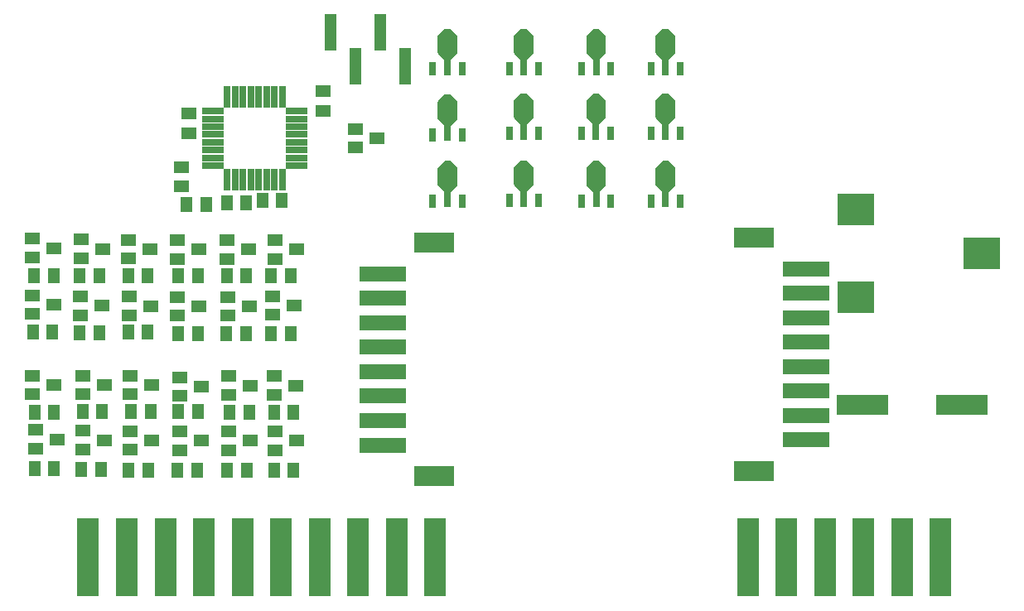
<source format=gbs>
G04*
G04 #@! TF.GenerationSoftware,Altium Limited,Altium Designer,18.1.7 (191)*
G04*
G04 Layer_Color=16711935*
%FSLAX44Y44*%
%MOMM*%
G71*
G01*
G75*
%ADD40R,1.2232X3.7032*%
%ADD43R,1.6032X1.3032*%
%ADD50R,1.3032X1.6032*%
%ADD52R,4.7032X1.5032*%
%ADD53R,4.1032X2.0032*%
%ADD54R,1.6032X1.2032*%
%ADD61R,2.2032X8.0772*%
%ADD70R,3.7032X3.2032*%
%ADD71R,0.7532X2.2032*%
%ADD72R,2.2032X0.7532*%
%ADD73R,0.7032X1.4032*%
%ADD74R,0.7032X1.8032*%
%ADD75R,5.2832X2.1032*%
G36*
X915163Y833439D02*
X915294Y833413D01*
X915420Y833371D01*
X915539Y833312D01*
X915650Y833238D01*
X915750Y833150D01*
X922250Y826650D01*
X922338Y826550D01*
X922412Y826439D01*
X922471Y826320D01*
X922514Y826193D01*
X922540Y826063D01*
X922548Y825930D01*
Y808930D01*
X922540Y808797D01*
X922514Y808667D01*
X922471Y808540D01*
X922412Y808421D01*
X922338Y808310D01*
X922250Y808210D01*
X915750Y801710D01*
X915650Y801622D01*
X915539Y801548D01*
X915420Y801489D01*
X915294Y801447D01*
X915163Y801421D01*
X915030Y801412D01*
X910030D01*
X909897Y801421D01*
X909766Y801447D01*
X909640Y801489D01*
X909521Y801548D01*
X909410Y801622D01*
X909310Y801710D01*
X902810Y808210D01*
X902722Y808310D01*
X902648Y808421D01*
X902589Y808540D01*
X902546Y808667D01*
X902521Y808797D01*
X902512Y808930D01*
Y825930D01*
X902521Y826063D01*
X902546Y826193D01*
X902589Y826320D01*
X902648Y826439D01*
X902722Y826550D01*
X902810Y826650D01*
X909310Y833150D01*
X909410Y833238D01*
X909521Y833312D01*
X909640Y833371D01*
X909766Y833413D01*
X909897Y833439D01*
X910030Y833448D01*
X915030D01*
X915163Y833439D01*
D02*
G37*
G36*
X837247Y833439D02*
X837377Y833413D01*
X837504Y833371D01*
X837623Y833312D01*
X837734Y833238D01*
X837834Y833150D01*
X844334Y826650D01*
X844422Y826550D01*
X844496Y826439D01*
X844555Y826320D01*
X844597Y826193D01*
X844623Y826063D01*
X844632Y825930D01*
Y808930D01*
X844623Y808797D01*
X844597Y808667D01*
X844555Y808540D01*
X844496Y808421D01*
X844422Y808310D01*
X844334Y808210D01*
X837834Y801710D01*
X837734Y801622D01*
X837623Y801548D01*
X837504Y801489D01*
X837377Y801447D01*
X837247Y801421D01*
X837114Y801412D01*
X832114D01*
X831981Y801421D01*
X831851Y801447D01*
X831724Y801489D01*
X831605Y801548D01*
X831494Y801622D01*
X831394Y801710D01*
X824894Y808210D01*
X824806Y808310D01*
X824732Y808421D01*
X824673Y808540D01*
X824631Y808667D01*
X824604Y808797D01*
X824596Y808930D01*
Y825930D01*
X824604Y826063D01*
X824631Y826193D01*
X824673Y826320D01*
X824732Y826439D01*
X824806Y826550D01*
X824894Y826650D01*
X831394Y833150D01*
X831494Y833238D01*
X831605Y833312D01*
X831724Y833371D01*
X831851Y833413D01*
X831981Y833439D01*
X832114Y833448D01*
X837114D01*
X837247Y833439D01*
D02*
G37*
G36*
X915163Y767459D02*
X915294Y767433D01*
X915420Y767391D01*
X915539Y767332D01*
X915650Y767258D01*
X915750Y767170D01*
X922250Y760670D01*
X922338Y760570D01*
X922412Y760459D01*
X922471Y760340D01*
X922514Y760213D01*
X922540Y760083D01*
X922548Y759950D01*
Y742950D01*
X922540Y742817D01*
X922514Y742686D01*
X922471Y742560D01*
X922412Y742441D01*
X922338Y742330D01*
X922250Y742230D01*
X915750Y735730D01*
X915650Y735642D01*
X915539Y735568D01*
X915420Y735509D01*
X915294Y735467D01*
X915163Y735441D01*
X915030Y735432D01*
X910030D01*
X909897Y735441D01*
X909766Y735467D01*
X909640Y735509D01*
X909521Y735568D01*
X909410Y735642D01*
X909310Y735730D01*
X902810Y742230D01*
X902722Y742330D01*
X902648Y742441D01*
X902589Y742560D01*
X902546Y742686D01*
X902521Y742817D01*
X902512Y742950D01*
Y759950D01*
X902521Y760083D01*
X902546Y760213D01*
X902589Y760340D01*
X902648Y760459D01*
X902722Y760570D01*
X902810Y760670D01*
X909310Y767170D01*
X909410Y767258D01*
X909521Y767332D01*
X909640Y767391D01*
X909766Y767433D01*
X909897Y767459D01*
X910030Y767468D01*
X915030D01*
X915163Y767459D01*
D02*
G37*
G36*
X837247Y766303D02*
X837377Y766277D01*
X837504Y766235D01*
X837623Y766176D01*
X837734Y766102D01*
X837834Y766014D01*
X844334Y759514D01*
X844422Y759414D01*
X844496Y759303D01*
X844555Y759184D01*
X844597Y759057D01*
X844623Y758927D01*
X844632Y758794D01*
Y741794D01*
X844623Y741661D01*
X844597Y741531D01*
X844555Y741404D01*
X844496Y741285D01*
X844422Y741174D01*
X844334Y741074D01*
X837834Y734574D01*
X837734Y734486D01*
X837623Y734412D01*
X837504Y734353D01*
X837377Y734311D01*
X837247Y734285D01*
X837114Y734276D01*
X832114D01*
X831981Y734285D01*
X831851Y734311D01*
X831724Y734353D01*
X831605Y734412D01*
X831494Y734486D01*
X831394Y734574D01*
X824894Y741074D01*
X824806Y741174D01*
X824732Y741285D01*
X824673Y741404D01*
X824631Y741531D01*
X824604Y741661D01*
X824596Y741794D01*
Y758794D01*
X824604Y758927D01*
X824631Y759057D01*
X824673Y759184D01*
X824732Y759303D01*
X824806Y759414D01*
X824894Y759514D01*
X831394Y766014D01*
X831494Y766102D01*
X831605Y766176D01*
X831724Y766235D01*
X831851Y766277D01*
X831981Y766303D01*
X832114Y766312D01*
X837114D01*
X837247Y766303D01*
D02*
G37*
G36*
X915163Y698820D02*
X915294Y698793D01*
X915420Y698751D01*
X915539Y698692D01*
X915650Y698618D01*
X915750Y698530D01*
X922250Y692030D01*
X922338Y691930D01*
X922412Y691819D01*
X922471Y691700D01*
X922514Y691573D01*
X922540Y691443D01*
X922548Y691310D01*
Y674310D01*
X922540Y674177D01*
X922514Y674046D01*
X922471Y673920D01*
X922412Y673801D01*
X922338Y673690D01*
X922250Y673590D01*
X915750Y667090D01*
X915650Y667002D01*
X915539Y666928D01*
X915420Y666869D01*
X915294Y666826D01*
X915163Y666801D01*
X915030Y666792D01*
X910030D01*
X909897Y666801D01*
X909766Y666826D01*
X909640Y666869D01*
X909521Y666928D01*
X909410Y667002D01*
X909310Y667090D01*
X902810Y673590D01*
X902722Y673690D01*
X902648Y673801D01*
X902589Y673920D01*
X902546Y674046D01*
X902521Y674177D01*
X902512Y674310D01*
Y691310D01*
X902521Y691443D01*
X902546Y691573D01*
X902589Y691700D01*
X902648Y691819D01*
X902722Y691930D01*
X902810Y692030D01*
X909310Y698530D01*
X909410Y698618D01*
X909521Y698692D01*
X909640Y698751D01*
X909766Y698793D01*
X909897Y698820D01*
X910030Y698828D01*
X915030D01*
X915163Y698820D01*
D02*
G37*
G36*
X837247Y698319D02*
X837377Y698294D01*
X837504Y698251D01*
X837623Y698192D01*
X837734Y698118D01*
X837834Y698030D01*
X844334Y691530D01*
X844422Y691430D01*
X844496Y691319D01*
X844555Y691200D01*
X844597Y691074D01*
X844623Y690943D01*
X844632Y690810D01*
Y673810D01*
X844623Y673677D01*
X844597Y673547D01*
X844555Y673420D01*
X844496Y673301D01*
X844422Y673190D01*
X844334Y673090D01*
X837834Y666590D01*
X837734Y666502D01*
X837623Y666428D01*
X837504Y666369D01*
X837377Y666327D01*
X837247Y666301D01*
X837114Y666292D01*
X832114D01*
X831981Y666301D01*
X831851Y666327D01*
X831724Y666369D01*
X831605Y666428D01*
X831494Y666502D01*
X831394Y666590D01*
X824894Y673090D01*
X824806Y673190D01*
X824732Y673301D01*
X824673Y673420D01*
X824631Y673547D01*
X824604Y673677D01*
X824596Y673810D01*
Y690810D01*
X824604Y690943D01*
X824631Y691074D01*
X824673Y691200D01*
X824732Y691319D01*
X824806Y691430D01*
X824894Y691530D01*
X831394Y698030D01*
X831494Y698118D01*
X831605Y698192D01*
X831724Y698251D01*
X831851Y698294D01*
X831981Y698319D01*
X832114Y698328D01*
X837114D01*
X837247Y698319D01*
D02*
G37*
G36*
X1059943Y833439D02*
X1060073Y833413D01*
X1060200Y833371D01*
X1060319Y833312D01*
X1060430Y833238D01*
X1060530Y833150D01*
X1067030Y826650D01*
X1067118Y826550D01*
X1067192Y826439D01*
X1067251Y826320D01*
X1067293Y826193D01*
X1067319Y826063D01*
X1067328Y825930D01*
Y808930D01*
X1067319Y808797D01*
X1067293Y808667D01*
X1067251Y808540D01*
X1067192Y808421D01*
X1067118Y808310D01*
X1067030Y808210D01*
X1060530Y801710D01*
X1060430Y801622D01*
X1060319Y801548D01*
X1060200Y801489D01*
X1060073Y801447D01*
X1059943Y801421D01*
X1059810Y801412D01*
X1054810D01*
X1054677Y801421D01*
X1054546Y801447D01*
X1054420Y801489D01*
X1054301Y801548D01*
X1054190Y801622D01*
X1054090Y801710D01*
X1047590Y808210D01*
X1047502Y808310D01*
X1047428Y808421D01*
X1047369Y808540D01*
X1047327Y808667D01*
X1047300Y808797D01*
X1047292Y808930D01*
Y825930D01*
X1047300Y826063D01*
X1047327Y826193D01*
X1047369Y826320D01*
X1047428Y826439D01*
X1047502Y826550D01*
X1047590Y826650D01*
X1054090Y833150D01*
X1054190Y833238D01*
X1054301Y833312D01*
X1054420Y833371D01*
X1054546Y833413D01*
X1054677Y833439D01*
X1054810Y833448D01*
X1059810D01*
X1059943Y833439D01*
D02*
G37*
G36*
X989183D02*
X989313Y833413D01*
X989439Y833371D01*
X989559Y833312D01*
X989669Y833238D01*
X989770Y833150D01*
X996270Y826650D01*
X996357Y826550D01*
X996431Y826439D01*
X996490Y826320D01*
X996533Y826193D01*
X996559Y826063D01*
X996568Y825930D01*
Y808930D01*
X996559Y808797D01*
X996533Y808667D01*
X996490Y808540D01*
X996432Y808421D01*
X996357Y808310D01*
X996270Y808210D01*
X989770Y801710D01*
X989669Y801622D01*
X989559Y801548D01*
X989439Y801489D01*
X989313Y801447D01*
X989183Y801421D01*
X989050Y801412D01*
X984050D01*
X983917Y801421D01*
X983786Y801447D01*
X983660Y801489D01*
X983541Y801548D01*
X983430Y801622D01*
X983330Y801710D01*
X976830Y808210D01*
X976742Y808310D01*
X976668Y808421D01*
X976609Y808540D01*
X976566Y808667D01*
X976540Y808797D01*
X976532Y808930D01*
Y825930D01*
X976540Y826063D01*
X976566Y826193D01*
X976609Y826320D01*
X976668Y826439D01*
X976742Y826550D01*
X976830Y826650D01*
X983330Y833150D01*
X983430Y833238D01*
X983541Y833312D01*
X983660Y833371D01*
X983786Y833413D01*
X983917Y833439D01*
X984050Y833448D01*
X989050D01*
X989183Y833439D01*
D02*
G37*
G36*
X1059943Y767459D02*
X1060073Y767433D01*
X1060200Y767391D01*
X1060319Y767332D01*
X1060430Y767258D01*
X1060530Y767170D01*
X1067030Y760670D01*
X1067118Y760570D01*
X1067192Y760459D01*
X1067251Y760340D01*
X1067293Y760213D01*
X1067319Y760083D01*
X1067328Y759950D01*
Y742950D01*
X1067319Y742817D01*
X1067293Y742686D01*
X1067251Y742560D01*
X1067192Y742441D01*
X1067118Y742330D01*
X1067030Y742230D01*
X1060530Y735730D01*
X1060430Y735642D01*
X1060319Y735568D01*
X1060200Y735509D01*
X1060073Y735467D01*
X1059943Y735441D01*
X1059810Y735432D01*
X1054810D01*
X1054677Y735441D01*
X1054547Y735467D01*
X1054420Y735509D01*
X1054301Y735568D01*
X1054190Y735642D01*
X1054090Y735730D01*
X1047590Y742230D01*
X1047502Y742330D01*
X1047428Y742441D01*
X1047369Y742560D01*
X1047327Y742686D01*
X1047300Y742817D01*
X1047292Y742950D01*
Y759950D01*
X1047300Y760083D01*
X1047327Y760213D01*
X1047369Y760340D01*
X1047428Y760459D01*
X1047502Y760570D01*
X1047590Y760670D01*
X1054090Y767170D01*
X1054190Y767258D01*
X1054301Y767332D01*
X1054420Y767391D01*
X1054547Y767433D01*
X1054677Y767459D01*
X1054810Y767468D01*
X1059810D01*
X1059943Y767459D01*
D02*
G37*
G36*
X988943D02*
X989073Y767433D01*
X989200Y767391D01*
X989319Y767332D01*
X989430Y767258D01*
X989530Y767170D01*
X996030Y760670D01*
X996118Y760570D01*
X996192Y760459D01*
X996251Y760340D01*
X996293Y760213D01*
X996319Y760083D01*
X996328Y759950D01*
Y742950D01*
X996319Y742817D01*
X996293Y742686D01*
X996251Y742560D01*
X996192Y742441D01*
X996118Y742330D01*
X996030Y742230D01*
X989530Y735730D01*
X989430Y735642D01*
X989319Y735568D01*
X989200Y735509D01*
X989073Y735467D01*
X988943Y735441D01*
X988810Y735432D01*
X983810D01*
X983677Y735441D01*
X983546Y735467D01*
X983420Y735509D01*
X983301Y735568D01*
X983190Y735642D01*
X983090Y735730D01*
X976590Y742230D01*
X976502Y742330D01*
X976428Y742441D01*
X976369Y742560D01*
X976326Y742686D01*
X976300Y742817D01*
X976292Y742950D01*
Y759950D01*
X976300Y760083D01*
X976326Y760213D01*
X976369Y760340D01*
X976428Y760459D01*
X976502Y760570D01*
X976590Y760670D01*
X983090Y767170D01*
X983190Y767258D01*
X983301Y767332D01*
X983420Y767391D01*
X983546Y767433D01*
X983677Y767459D01*
X983810Y767468D01*
X988810D01*
X988943Y767459D01*
D02*
G37*
G36*
X1059943Y698319D02*
X1060073Y698294D01*
X1060200Y698251D01*
X1060319Y698192D01*
X1060430Y698118D01*
X1060530Y698030D01*
X1067030Y691530D01*
X1067118Y691430D01*
X1067192Y691319D01*
X1067251Y691200D01*
X1067293Y691074D01*
X1067319Y690943D01*
X1067328Y690810D01*
Y673810D01*
X1067319Y673677D01*
X1067293Y673547D01*
X1067251Y673420D01*
X1067192Y673301D01*
X1067118Y673190D01*
X1067030Y673090D01*
X1060530Y666590D01*
X1060430Y666502D01*
X1060319Y666428D01*
X1060200Y666369D01*
X1060073Y666327D01*
X1059943Y666301D01*
X1059810Y666292D01*
X1054810D01*
X1054677Y666301D01*
X1054546Y666327D01*
X1054420Y666369D01*
X1054301Y666428D01*
X1054190Y666502D01*
X1054090Y666590D01*
X1047590Y673090D01*
X1047502Y673190D01*
X1047428Y673301D01*
X1047369Y673420D01*
X1047327Y673547D01*
X1047300Y673677D01*
X1047292Y673810D01*
Y690810D01*
X1047300Y690943D01*
X1047327Y691074D01*
X1047369Y691200D01*
X1047428Y691319D01*
X1047502Y691430D01*
X1047590Y691530D01*
X1054090Y698030D01*
X1054190Y698118D01*
X1054301Y698192D01*
X1054420Y698251D01*
X1054546Y698294D01*
X1054677Y698319D01*
X1054810Y698328D01*
X1059810D01*
X1059943Y698319D01*
D02*
G37*
G36*
X989183Y698319D02*
X989313Y698294D01*
X989439Y698251D01*
X989559Y698192D01*
X989669Y698118D01*
X989770Y698030D01*
X996270Y691530D01*
X996357Y691430D01*
X996431Y691319D01*
X996490Y691200D01*
X996533Y691074D01*
X996559Y690943D01*
X996568Y690810D01*
Y673810D01*
X996559Y673677D01*
X996533Y673547D01*
X996490Y673420D01*
X996432Y673301D01*
X996357Y673190D01*
X996270Y673090D01*
X989770Y666590D01*
X989669Y666502D01*
X989559Y666428D01*
X989439Y666369D01*
X989313Y666327D01*
X989183Y666301D01*
X989050Y666292D01*
X984050D01*
X983917Y666301D01*
X983786Y666327D01*
X983660Y666369D01*
X983541Y666428D01*
X983430Y666502D01*
X983330Y666590D01*
X976830Y673090D01*
X976742Y673190D01*
X976668Y673301D01*
X976609Y673420D01*
X976566Y673547D01*
X976540Y673677D01*
X976532Y673810D01*
Y690810D01*
X976540Y690943D01*
X976566Y691074D01*
X976609Y691200D01*
X976668Y691319D01*
X976742Y691430D01*
X976830Y691530D01*
X983330Y698030D01*
X983430Y698118D01*
X983541Y698192D01*
X983660Y698251D01*
X983786Y698294D01*
X983917Y698319D01*
X984050Y698328D01*
X989050D01*
X989183Y698319D01*
D02*
G37*
D40*
X714906Y830070D02*
D03*
X740306Y795070D02*
D03*
X765706Y830070D02*
D03*
X791106Y795070D02*
D03*
D43*
X562610Y692230D02*
D03*
Y672230D02*
D03*
X570573Y726600D02*
D03*
Y746600D02*
D03*
X707390Y749460D02*
D03*
Y769460D02*
D03*
D50*
X567850Y654050D02*
D03*
X587850D02*
D03*
X461576Y441840D02*
D03*
X481576D02*
D03*
X674360Y581283D02*
D03*
X654360D02*
D03*
X657156Y440960D02*
D03*
X677156D02*
D03*
X611702Y440960D02*
D03*
X631702D02*
D03*
X559366Y441840D02*
D03*
X579366D02*
D03*
X511244D02*
D03*
X531244D02*
D03*
X508298Y581283D02*
D03*
X528298D02*
D03*
X508744Y382270D02*
D03*
X528744D02*
D03*
X412379Y383420D02*
D03*
X432379D02*
D03*
X508298Y523197D02*
D03*
X528298D02*
D03*
X458546Y522317D02*
D03*
X478546D02*
D03*
X410704Y523197D02*
D03*
X430704D02*
D03*
X558398Y381890D02*
D03*
X578398D02*
D03*
X654360Y521970D02*
D03*
X674360D02*
D03*
X608756D02*
D03*
X628756D02*
D03*
X645480Y658052D02*
D03*
X665480D02*
D03*
X559222Y521970D02*
D03*
X579222D02*
D03*
X628830Y581283D02*
D03*
X608830D02*
D03*
X412379Y440960D02*
D03*
X432379D02*
D03*
X559222Y581283D02*
D03*
X579222D02*
D03*
X458630D02*
D03*
X478630D02*
D03*
X460222Y382540D02*
D03*
X480222D02*
D03*
X657156Y381890D02*
D03*
X677156D02*
D03*
X609202Y381890D02*
D03*
X629202D02*
D03*
X411934Y581283D02*
D03*
X431934D02*
D03*
X608971Y655512D02*
D03*
X628971D02*
D03*
D52*
X1200790Y488000D02*
D03*
Y463000D02*
D03*
Y438000D02*
D03*
Y413000D02*
D03*
Y513000D02*
D03*
Y538000D02*
D03*
Y563000D02*
D03*
Y588000D02*
D03*
X768202Y507800D02*
D03*
Y532800D02*
D03*
Y557800D02*
D03*
Y582800D02*
D03*
Y482800D02*
D03*
Y457800D02*
D03*
Y432800D02*
D03*
Y407800D02*
D03*
D53*
X1147790Y620000D02*
D03*
Y381000D02*
D03*
X821202Y375800D02*
D03*
Y614800D02*
D03*
D54*
X740840Y711860D02*
D03*
Y730860D02*
D03*
X762840Y721360D02*
D03*
X432640Y469010D02*
D03*
X410640Y478510D02*
D03*
Y459510D02*
D03*
X432640Y609300D02*
D03*
X410640Y618800D02*
D03*
Y599800D02*
D03*
X582952Y467316D02*
D03*
X560952Y476816D02*
D03*
Y457816D02*
D03*
X580223Y607770D02*
D03*
X558223Y617270D02*
D03*
Y598270D02*
D03*
X483722Y469280D02*
D03*
X461722Y478780D02*
D03*
Y459780D02*
D03*
X482046Y608420D02*
D03*
X460046Y617920D02*
D03*
Y598920D02*
D03*
X632701Y468630D02*
D03*
X610701Y478130D02*
D03*
Y459130D02*
D03*
X631026Y607770D02*
D03*
X609026Y617270D02*
D03*
Y598270D02*
D03*
X680290Y607770D02*
D03*
X658290Y617270D02*
D03*
Y598270D02*
D03*
X435879Y413683D02*
D03*
X413879Y423183D02*
D03*
Y404183D02*
D03*
X432185Y551180D02*
D03*
X410185Y560680D02*
D03*
Y541680D02*
D03*
X582906Y412153D02*
D03*
X560906Y421653D02*
D03*
Y402653D02*
D03*
X580223Y549445D02*
D03*
X558223Y558945D02*
D03*
Y539944D02*
D03*
X483722Y412803D02*
D03*
X461722Y422303D02*
D03*
Y403303D02*
D03*
X481533Y550094D02*
D03*
X459533Y559594D02*
D03*
Y540594D02*
D03*
X632701Y412153D02*
D03*
X610701Y421653D02*
D03*
Y402653D02*
D03*
X632030Y549445D02*
D03*
X610030Y558945D02*
D03*
Y539944D02*
D03*
X532244Y469010D02*
D03*
X510244Y478510D02*
D03*
Y459510D02*
D03*
X530568Y608150D02*
D03*
X508568Y617650D02*
D03*
Y598650D02*
D03*
X532244Y412533D02*
D03*
X510244Y422033D02*
D03*
Y403033D02*
D03*
X679426Y468630D02*
D03*
X657426Y478130D02*
D03*
Y459130D02*
D03*
X531698Y549910D02*
D03*
X509698Y559410D02*
D03*
Y540410D02*
D03*
X680656Y412153D02*
D03*
X658656Y421653D02*
D03*
Y402653D02*
D03*
X677710Y550714D02*
D03*
X655710Y560215D02*
D03*
Y541214D02*
D03*
D61*
X821960Y293370D02*
D03*
X782560D02*
D03*
X743160D02*
D03*
X703760D02*
D03*
X664360D02*
D03*
X624960D02*
D03*
X585560D02*
D03*
X546160D02*
D03*
X506760D02*
D03*
X467360D02*
D03*
X1338580D02*
D03*
X1299180D02*
D03*
X1259780D02*
D03*
X1220380D02*
D03*
X1180980D02*
D03*
X1141580D02*
D03*
D70*
X1380720Y603970D02*
D03*
X1252220Y558970D02*
D03*
Y648970D02*
D03*
D71*
X609540Y678860D02*
D03*
X617540D02*
D03*
X625540D02*
D03*
X633540D02*
D03*
X641540D02*
D03*
X649540D02*
D03*
X657540D02*
D03*
X665540D02*
D03*
X665540Y763860D02*
D03*
X657540D02*
D03*
X649540D02*
D03*
X641540D02*
D03*
X633540D02*
D03*
X625540D02*
D03*
X617540D02*
D03*
X609540D02*
D03*
D72*
X680040Y693360D02*
D03*
Y701360D02*
D03*
Y709360D02*
D03*
Y717360D02*
D03*
Y725360D02*
D03*
Y733360D02*
D03*
Y741360D02*
D03*
Y749360D02*
D03*
X595040Y749360D02*
D03*
Y741360D02*
D03*
Y733360D02*
D03*
Y725360D02*
D03*
Y717360D02*
D03*
Y709360D02*
D03*
Y701360D02*
D03*
Y693360D02*
D03*
D73*
X1042310Y657310D02*
D03*
X1072310D02*
D03*
X1042310Y726450D02*
D03*
X1072310D02*
D03*
X1042310Y792430D02*
D03*
X1072310D02*
D03*
X897530D02*
D03*
X927530D02*
D03*
X897530Y726450D02*
D03*
X927530D02*
D03*
X897530Y657810D02*
D03*
X927530D02*
D03*
X971550Y657310D02*
D03*
X1001550D02*
D03*
X971310Y726450D02*
D03*
X1001310D02*
D03*
X971550Y792430D02*
D03*
X1001550D02*
D03*
X819614Y792430D02*
D03*
X849614D02*
D03*
X819614Y725294D02*
D03*
X849614D02*
D03*
X819614Y657310D02*
D03*
X849614D02*
D03*
D74*
X1057310Y659310D02*
D03*
X1057310Y728450D02*
D03*
X1057310Y794430D02*
D03*
X912530D02*
D03*
Y728450D02*
D03*
Y659810D02*
D03*
X986550Y659310D02*
D03*
X986310Y728450D02*
D03*
X986550Y794430D02*
D03*
X834614Y794430D02*
D03*
Y727294D02*
D03*
X834614Y659310D02*
D03*
D75*
X1360170Y449040D02*
D03*
X1258570D02*
D03*
M02*

</source>
